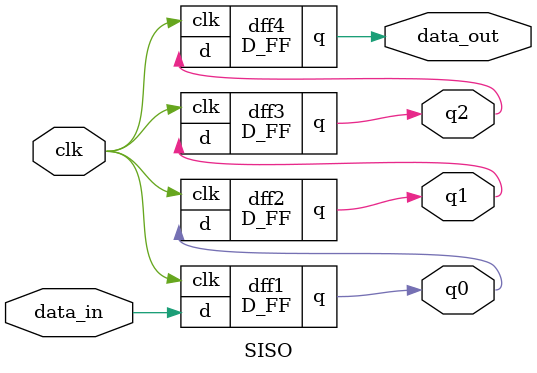
<source format=v>
`timescale 1ns / 1ps

module D_FF(d,clk,q);
input d,clk;
output reg q;
always@(posedge clk)
begin
q<=d;
end
endmodule

module SISO(data_in,clk,data_out,q0,q1,q2);
input data_in,clk;
output wire data_out;
output wire q0,q1,q2;

D_FF dff1(data_in,clk,q0);
D_FF dff2(q0,clk,q1);
D_FF dff3(q1,clk,q2);
D_FF dff4(q2,clk,data_out);
endmodule

</source>
